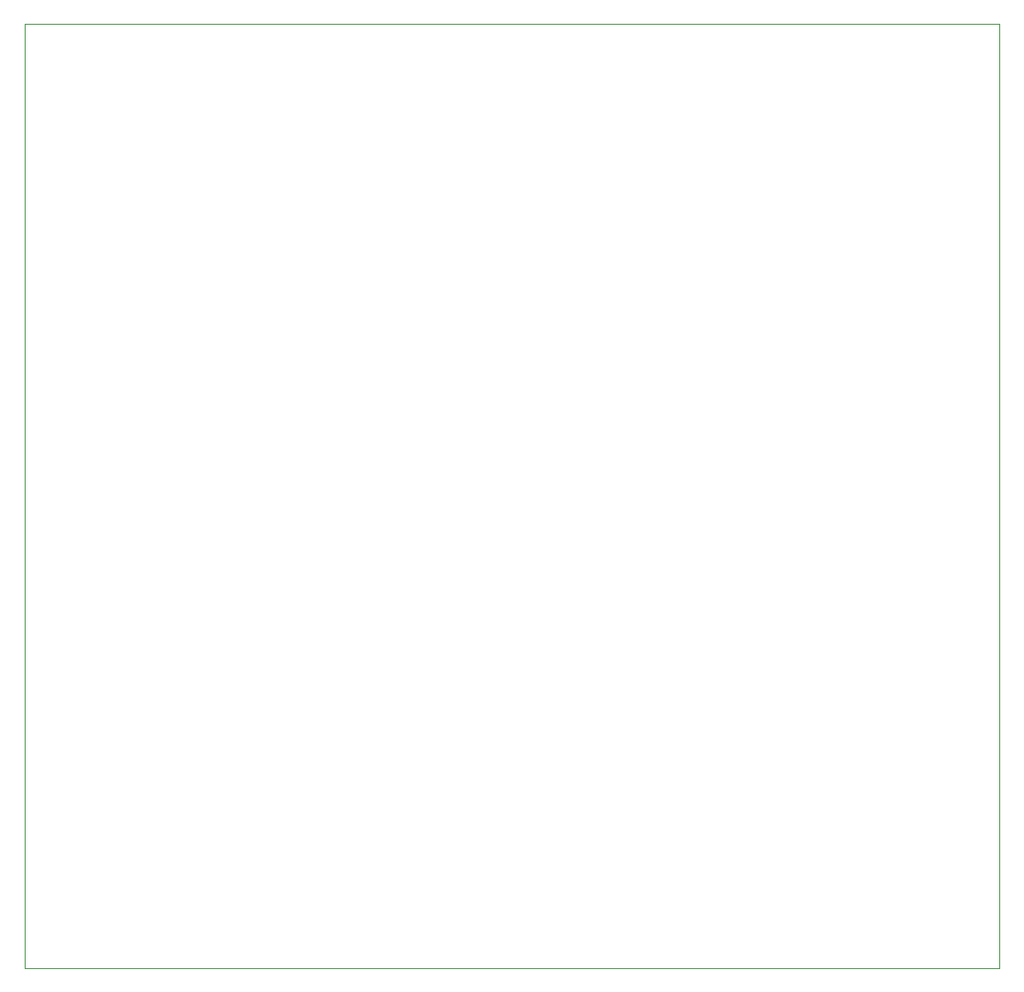
<source format=gbr>
%TF.GenerationSoftware,KiCad,Pcbnew,6.0.4-1.fc35*%
%TF.CreationDate,2022-04-09T22:12:28+01:00*%
%TF.ProjectId,DevBoard,44657642-6f61-4726-942e-6b696361645f,rev?*%
%TF.SameCoordinates,Original*%
%TF.FileFunction,Profile,NP*%
%FSLAX46Y46*%
G04 Gerber Fmt 4.6, Leading zero omitted, Abs format (unit mm)*
G04 Created by KiCad (PCBNEW 6.0.4-1.fc35) date 2022-04-09 22:12:28*
%MOMM*%
%LPD*%
G01*
G04 APERTURE LIST*
%TA.AperFunction,Profile*%
%ADD10C,0.100000*%
%TD*%
G04 APERTURE END LIST*
D10*
X136906000Y-61468000D02*
X230396000Y-61468000D01*
X230396000Y-61468000D02*
X230396000Y-152000000D01*
X230396000Y-152000000D02*
X136906000Y-152000000D01*
X136906000Y-152000000D02*
X136906000Y-61468000D01*
M02*

</source>
